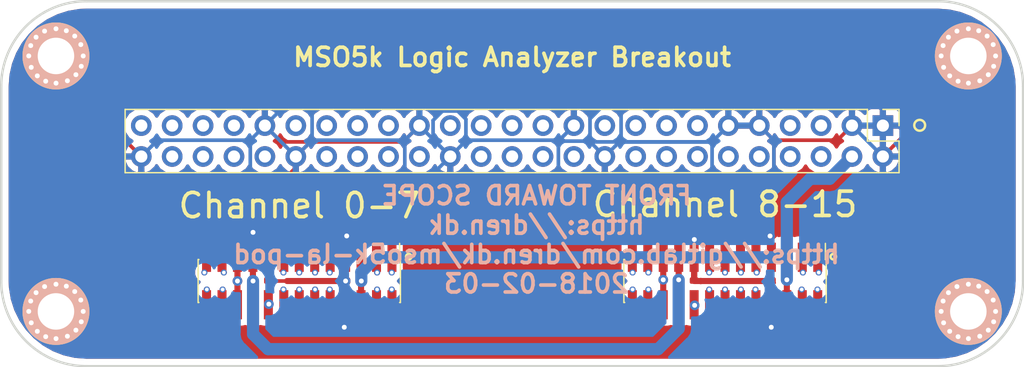
<source format=kicad_pcb>
(kicad_pcb (version 20171130) (host pcbnew 5.0.2-bee76a0~70~ubuntu18.04.1)
  (layers (0 F.Cu signal) (1 2 signal) (2 3 signal) (31 B.Cu signal) (34 B.Paste user) (35 F.Paste user) (36 B.SilkS user) (37 F.SilkS user) (38 B.Mask user) (39 F.Mask user) (44 Edge.Cuts user))
  (net 0 "")
  (net 1 GND)
  (net 2 -2V5)
  (net 3 Vref_8-15)
  (net 4 Vref_0-7)
  (net 5 +2V5)
  (net 6 +4V)
  (net 7 D8-)
  (net 8 D8+)
  (net 9 D9-)
  (net 10 D9+)
  (net 11 D0-)
  (net 12 D0+)
  (net 13 D1-)
  (net 14 D1+)
  (net 15 D10-)
  (net 16 D10+)
  (net 17 D11-)
  (net 18 D11+)
  (net 19 D2-)
  (net 20 D2+)
  (net 21 D3-)
  (net 22 D3+)
  (net 23 D12-)
  (net 24 D12+)
  (net 25 D13-)
  (net 26 D13+)
  (net 27 D4-)
  (net 28 D4+)
  (net 29 D5-)
  (net 30 D5+)
  (net 31 D14-)
  (net 32 D14+)
  (net 33 D15-)
  (net 34 D15+)
  (net 35 D6-)
  (net 36 D6+)
  (net 37 D7-)
  (net 38 D7+)
  (module Connector_PinHeader_2.54mm:PinHeader_2x25_P2.54mm_Vertical (layer F.Cu) (at 126.475 30.725 270)
    (fp_text reference J101 hide)
    (fp_text value scope)
    (fp_line (start -1.33 62.29) (end 3.87 62.29) (layer F.SilkS) (width 0.12))
    (fp_line (start -1.33 1.27) (end -1.33 62.29) (layer F.SilkS) (width 0.12))
    (fp_line (start 3.87 -1.33) (end 3.87 62.29) (layer F.SilkS) (width 0.12))
    (fp_line (start -1.33 1.27) (end 1.27 1.27) (layer F.SilkS) (width 0.12))
    (fp_line (start 1.27 1.27) (end 1.27 -1.33) (layer F.SilkS) (width 0.12))
    (fp_line (start 1.27 -1.33) (end 3.87 -1.33) (layer F.SilkS) (width 0.12))
    (fp_line (start -1.33 0) (end -1.33 -1.33) (layer F.SilkS) (width 0.12))
    (fp_line (start -1.33 -1.33) (end 0 -1.33) (layer F.SilkS) (width 0.12))
    (pad 1 thru_hole rect (at 0 0 270) (size 1.7 1.7) (drill 1) (layers *.Cu *.Mask) (net 1 GND))
    (pad 2 thru_hole oval (at 2.54 0 270) (size 1.7 1.7) (drill 1) (layers *.Cu *.Mask) (net 1 GND))
    (pad 3 thru_hole oval (at 0 2.54 270) (size 1.7 1.7) (drill 1) (layers *.Cu *.Mask) (net 1 GND))
    (pad 4 thru_hole oval (at 2.54 2.54 270) (size 1.7 1.7) (drill 1) (layers *.Cu *.Mask) (net 2 -2V5))
    (pad 5 thru_hole oval (at 0 5.08 270) (size 1.7 1.7) (drill 1) (layers *.Cu *.Mask) (net 3 Vref_8-15))
    (pad 6 thru_hole oval (at 2.54 5.08 270) (size 1.7 1.7) (drill 1) (layers *.Cu *.Mask) (net 4 Vref_0-7))
    (pad 7 thru_hole oval (at 0 7.62 270) (size 1.7 1.7) (drill 1) (layers *.Cu *.Mask) (net 5 +2V5))
    (pad 8 thru_hole oval (at 2.54 7.62 270) (size 1.7 1.7) (drill 1) (layers *.Cu *.Mask) (net 6 +4V))
    (pad 9 thru_hole oval (at 0 10.16 270) (size 1.7 1.7) (drill 1) (layers *.Cu *.Mask) (net 1 GND))
    (pad 10 thru_hole oval (at 2.54 10.16 270) (size 1.7 1.7) (drill 1) (layers *.Cu *.Mask) (net 6 +4V))
    (pad 11 thru_hole oval (at 0 12.7 270) (size 1.7 1.7) (drill 1) (layers *.Cu *.Mask) (net 1 GND))
    (pad 12 thru_hole oval (at 2.54 12.7 270) (size 1.7 1.7) (drill 1) (layers *.Cu *.Mask) (net 7 D8-))
    (pad 13 thru_hole oval (at 0 15.24 270) (size 1.7 1.7) (drill 1) (layers *.Cu *.Mask) (net 8 D8+))
    (pad 14 thru_hole oval (at 2.54 15.24 270) (size 1.7 1.7) (drill 1) (layers *.Cu *.Mask) (net 9 D9-))
    (pad 15 thru_hole oval (at 0 17.78 270) (size 1.7 1.7) (drill 1) (layers *.Cu *.Mask) (net 10 D9+))
    (pad 16 thru_hole oval (at 2.54 17.78 270) (size 1.7 1.7) (drill 1) (layers *.Cu *.Mask) (net 11 D0-))
    (pad 17 thru_hole oval (at 0 20.32 270) (size 1.7 1.7) (drill 1) (layers *.Cu *.Mask) (net 12 D0+))
    (pad 18 thru_hole oval (at 2.54 20.32 270) (size 1.7 1.7) (drill 1) (layers *.Cu *.Mask) (net 13 D1-))
    (pad 19 thru_hole oval (at 0 22.86 270) (size 1.7 1.7) (drill 1) (layers *.Cu *.Mask) (net 14 D1+))
    (pad 20 thru_hole oval (at 2.54 22.86 270) (size 1.7 1.7) (drill 1) (layers *.Cu *.Mask) (net 1 GND))
    (pad 21 thru_hole oval (at 0 25.4 270) (size 1.7 1.7) (drill 1) (layers *.Cu *.Mask) (net 1 GND))
    (pad 22 thru_hole oval (at 2.54 25.4 270) (size 1.7 1.7) (drill 1) (layers *.Cu *.Mask) (net 15 D10-))
    (pad 23 thru_hole oval (at 0 27.94 270) (size 1.7 1.7) (drill 1) (layers *.Cu *.Mask) (net 16 D10+))
    (pad 24 thru_hole oval (at 2.54 27.94 270) (size 1.7 1.7) (drill 1) (layers *.Cu *.Mask) (net 17 D11-))
    (pad 25 thru_hole oval (at 0 30.48 270) (size 1.7 1.7) (drill 1) (layers *.Cu *.Mask) (net 18 D11+))
    (pad 26 thru_hole oval (at 2.54 30.48 270) (size 1.7 1.7) (drill 1) (layers *.Cu *.Mask) (net 19 D2-))
    (pad 27 thru_hole oval (at 0 33.02 270) (size 1.7 1.7) (drill 1) (layers *.Cu *.Mask) (net 20 D2+))
    (pad 28 thru_hole oval (at 2.54 33.02 270) (size 1.7 1.7) (drill 1) (layers *.Cu *.Mask) (net 21 D3-))
    (pad 29 thru_hole oval (at 0 35.56 270) (size 1.7 1.7) (drill 1) (layers *.Cu *.Mask) (net 22 D3+))
    (pad 30 thru_hole oval (at 2.54 35.56 270) (size 1.7 1.7) (drill 1) (layers *.Cu *.Mask) (net 1 GND))
    (pad 31 thru_hole oval (at 0 38.1 270) (size 1.7 1.7) (drill 1) (layers *.Cu *.Mask) (net 1 GND))
    (pad 32 thru_hole oval (at 2.54 38.1 270) (size 1.7 1.7) (drill 1) (layers *.Cu *.Mask) (net 23 D12-))
    (pad 33 thru_hole oval (at 0 40.64 270) (size 1.7 1.7) (drill 1) (layers *.Cu *.Mask) (net 24 D12+))
    (pad 34 thru_hole oval (at 2.54 40.64 270) (size 1.7 1.7) (drill 1) (layers *.Cu *.Mask) (net 25 D13-))
    (pad 35 thru_hole oval (at 0 43.18 270) (size 1.7 1.7) (drill 1) (layers *.Cu *.Mask) (net 26 D13+))
    (pad 36 thru_hole oval (at 2.54 43.18 270) (size 1.7 1.7) (drill 1) (layers *.Cu *.Mask) (net 27 D4-))
    (pad 37 thru_hole oval (at 0 45.72 270) (size 1.7 1.7) (drill 1) (layers *.Cu *.Mask) (net 28 D4+))
    (pad 38 thru_hole oval (at 2.54 45.72 270) (size 1.7 1.7) (drill 1) (layers *.Cu *.Mask) (net 29 D5-))
    (pad 39 thru_hole oval (at 0 48.26 270) (size 1.7 1.7) (drill 1) (layers *.Cu *.Mask) (net 30 D5+))
    (pad 40 thru_hole oval (at 2.54 48.26 270) (size 1.7 1.7) (drill 1) (layers *.Cu *.Mask) (net 1 GND))
    (pad 41 thru_hole oval (at 0 50.8 270) (size 1.7 1.7) (drill 1) (layers *.Cu *.Mask) (net 1 GND))
    (pad 42 thru_hole oval (at 2.54 50.8 270) (size 1.7 1.7) (drill 1) (layers *.Cu *.Mask) (net 31 D14-))
    (pad 43 thru_hole oval (at 0 53.34 270) (size 1.7 1.7) (drill 1) (layers *.Cu *.Mask) (net 32 D14+))
    (pad 44 thru_hole oval (at 2.54 53.34 270) (size 1.7 1.7) (drill 1) (layers *.Cu *.Mask) (net 33 D15-))
    (pad 45 thru_hole oval (at 0 55.88 270) (size 1.7 1.7) (drill 1) (layers *.Cu *.Mask) (net 34 D15+))
    (pad 46 thru_hole oval (at 2.54 55.88 270) (size 1.7 1.7) (drill 1) (layers *.Cu *.Mask) (net 35 D6-))
    (pad 47 thru_hole oval (at 0 58.42 270) (size 1.7 1.7) (drill 1) (layers *.Cu *.Mask) (net 36 D6+))
    (pad 48 thru_hole oval (at 2.54 58.42 270) (size 1.7 1.7) (drill 1) (layers *.Cu *.Mask) (net 37 D7-))
    (pad 49 thru_hole oval (at 0 60.96 270) (size 1.7 1.7) (drill 1) (layers *.Cu *.Mask) (net 38 D7+))
    (pad 50 thru_hole oval (at 2.54 60.96 270) (size 1.7 1.7) (drill 1) (layers *.Cu *.Mask) (net 1 GND))
  )
  (module Connector_PinHeader_1.27mm:PinHeader_2x13_P1.27mm_Vertical_SMD (layer F.Cu) (at 78.5 43.5 270)
    (fp_text reference J102 hide)
    (fp_text value pod_0-7)
    (fp_line (start -1.765 -8.315) (end 1.765 -8.315) (layer F.SilkS) (width 0.12))
    (fp_line (start -1.765 8.315) (end 1.765 8.315) (layer F.SilkS) (width 0.12))
    (fp_line (start -3.09 -8.25) (end -1.765 -8.25) (layer F.SilkS) (width 0.12))
    (fp_line (start -1.765 -8.315) (end -1.765 -8.25) (layer F.SilkS) (width 0.12))
    (fp_line (start 1.765 -8.315) (end 1.765 -8.25) (layer F.SilkS) (width 0.12))
    (fp_line (start -1.765 8.25) (end -1.765 8.315) (layer F.SilkS) (width 0.12))
    (fp_line (start 1.765 8.25) (end 1.765 8.315) (layer F.SilkS) (width 0.12))
    (pad 1 smd rect (at -1.95 -7.62 270) (size 2.4 0.74) (layers F.Cu F.Paste F.Mask) (net 11 D0-))
    (pad 2 smd rect (at 1.95 -7.62 270) (size 2.4 0.74) (layers F.Cu F.Paste F.Mask) (net 12 D0+))
    (pad 3 smd rect (at -1.95 -6.35 270) (size 2.4 0.74) (layers F.Cu F.Paste F.Mask) (net 13 D1-))
    (pad 4 smd rect (at 1.95 -6.35 270) (size 2.4 0.74) (layers F.Cu F.Paste F.Mask) (net 14 D1+))
    (pad 5 smd rect (at -1.95 -5.08 270) (size 2.4 0.74) (layers F.Cu F.Paste F.Mask) (net 2 -2V5))
    (pad 6 smd rect (at 1.95 -5.08 270) (size 2.4 0.74) (layers F.Cu F.Paste F.Mask) (net 2 -2V5))
    (pad 7 smd rect (at -1.95 -3.81 270) (size 2.4 0.74) (layers F.Cu F.Paste F.Mask) (net 1 GND))
    (pad 8 smd rect (at 1.95 -3.81 270) (size 2.4 0.74) (layers F.Cu F.Paste F.Mask) (net 1 GND))
    (pad 9 smd rect (at -1.95 -2.54 270) (size 2.4 0.74) (layers F.Cu F.Paste F.Mask) (net 19 D2-))
    (pad 10 smd rect (at 1.95 -2.54 270) (size 2.4 0.74) (layers F.Cu F.Paste F.Mask) (net 20 D2+))
    (pad 11 smd rect (at -1.95 -1.27 270) (size 2.4 0.74) (layers F.Cu F.Paste F.Mask) (net 21 D3-))
    (pad 12 smd rect (at 1.95 -1.27 270) (size 2.4 0.74) (layers F.Cu F.Paste F.Mask) (net 22 D3+))
    (pad 13 smd rect (at -1.95 0 270) (size 2.4 0.74) (layers F.Cu F.Paste F.Mask) (net 27 D4-))
    (pad 14 smd rect (at 1.95 0 270) (size 2.4 0.74) (layers F.Cu F.Paste F.Mask) (net 28 D4+))
    (pad 15 smd rect (at -1.95 1.27 270) (size 2.4 0.74) (layers F.Cu F.Paste F.Mask) (net 29 D5-))
    (pad 16 smd rect (at 1.95 1.27 270) (size 2.4 0.74) (layers F.Cu F.Paste F.Mask) (net 30 D5+))
    (pad 17 smd rect (at -1.95 2.54 270) (size 2.4 0.74) (layers F.Cu F.Paste F.Mask) (net 1 GND))
    (pad 18 smd rect (at 1.95 2.54 270) (size 2.4 0.74) (layers F.Cu F.Paste F.Mask) (net 4 Vref_0-7))
    (pad 19 smd rect (at -1.95 3.81 270) (size 2.4 0.74) (layers F.Cu F.Paste F.Mask) (net 5 +2V5))
    (pad 20 smd rect (at 1.95 3.81 270) (size 2.4 0.74) (layers F.Cu F.Paste F.Mask) (net 5 +2V5))
    (pad 21 smd rect (at -1.95 5.08 270) (size 2.4 0.74) (layers F.Cu F.Paste F.Mask) (net 6 +4V))
    (pad 22 smd rect (at 1.95 5.08 270) (size 2.4 0.74) (layers F.Cu F.Paste F.Mask) (net 6 +4V))
    (pad 23 smd rect (at -1.95 6.35 270) (size 2.4 0.74) (layers F.Cu F.Paste F.Mask) (net 35 D6-))
    (pad 24 smd rect (at 1.95 6.35 270) (size 2.4 0.74) (layers F.Cu F.Paste F.Mask) (net 36 D6+))
    (pad 25 smd rect (at -1.95 7.62 270) (size 2.4 0.74) (layers F.Cu F.Paste F.Mask) (net 37 D7-))
    (pad 26 smd rect (at 1.95 7.62 270) (size 2.4 0.74) (layers F.Cu F.Paste F.Mask) (net 38 D7+))
  )
  (module Connector_PinHeader_1.27mm:PinHeader_2x13_P1.27mm_Vertical_SMD (layer F.Cu) (at 113.5 43.5 270)
    (fp_text reference J103 hide)
    (fp_text value pod_8-15)
    (fp_line (start 1.765 8.25) (end 1.765 8.315) (layer F.SilkS) (width 0.12))
    (fp_line (start -1.765 8.25) (end -1.765 8.315) (layer F.SilkS) (width 0.12))
    (fp_line (start 1.765 -8.315) (end 1.765 -8.25) (layer F.SilkS) (width 0.12))
    (fp_line (start -1.765 -8.315) (end -1.765 -8.25) (layer F.SilkS) (width 0.12))
    (fp_line (start -3.09 -8.25) (end -1.765 -8.25) (layer F.SilkS) (width 0.12))
    (fp_line (start -1.765 8.315) (end 1.765 8.315) (layer F.SilkS) (width 0.12))
    (fp_line (start -1.765 -8.315) (end 1.765 -8.315) (layer F.SilkS) (width 0.12))
    (pad 26 smd rect (at 1.95 7.62 270) (size 2.4 0.74) (layers F.Cu F.Paste F.Mask) (net 34 D15+))
    (pad 25 smd rect (at -1.95 7.62 270) (size 2.4 0.74) (layers F.Cu F.Paste F.Mask) (net 33 D15-))
    (pad 24 smd rect (at 1.95 6.35 270) (size 2.4 0.74) (layers F.Cu F.Paste F.Mask) (net 32 D14+))
    (pad 23 smd rect (at -1.95 6.35 270) (size 2.4 0.74) (layers F.Cu F.Paste F.Mask) (net 31 D14-))
    (pad 22 smd rect (at 1.95 5.08 270) (size 2.4 0.74) (layers F.Cu F.Paste F.Mask) (net 6 +4V))
    (pad 21 smd rect (at -1.95 5.08 270) (size 2.4 0.74) (layers F.Cu F.Paste F.Mask) (net 6 +4V))
    (pad 20 smd rect (at 1.95 3.81 270) (size 2.4 0.74) (layers F.Cu F.Paste F.Mask) (net 5 +2V5))
    (pad 19 smd rect (at -1.95 3.81 270) (size 2.4 0.74) (layers F.Cu F.Paste F.Mask) (net 5 +2V5))
    (pad 18 smd rect (at 1.95 2.54 270) (size 2.4 0.74) (layers F.Cu F.Paste F.Mask) (net 3 Vref_8-15))
    (pad 17 smd rect (at -1.95 2.54 270) (size 2.4 0.74) (layers F.Cu F.Paste F.Mask) (net 1 GND))
    (pad 16 smd rect (at 1.95 1.27 270) (size 2.4 0.74) (layers F.Cu F.Paste F.Mask) (net 26 D13+))
    (pad 15 smd rect (at -1.95 1.27 270) (size 2.4 0.74) (layers F.Cu F.Paste F.Mask) (net 25 D13-))
    (pad 14 smd rect (at 1.95 0 270) (size 2.4 0.74) (layers F.Cu F.Paste F.Mask) (net 24 D12+))
    (pad 13 smd rect (at -1.95 0 270) (size 2.4 0.74) (layers F.Cu F.Paste F.Mask) (net 23 D12-))
    (pad 12 smd rect (at 1.95 -1.27 270) (size 2.4 0.74) (layers F.Cu F.Paste F.Mask) (net 18 D11+))
    (pad 11 smd rect (at -1.95 -1.27 270) (size 2.4 0.74) (layers F.Cu F.Paste F.Mask) (net 17 D11-))
    (pad 10 smd rect (at 1.95 -2.54 270) (size 2.4 0.74) (layers F.Cu F.Paste F.Mask) (net 16 D10+))
    (pad 9 smd rect (at -1.95 -2.54 270) (size 2.4 0.74) (layers F.Cu F.Paste F.Mask) (net 15 D10-))
    (pad 8 smd rect (at 1.95 -3.81 270) (size 2.4 0.74) (layers F.Cu F.Paste F.Mask) (net 1 GND))
    (pad 7 smd rect (at -1.95 -3.81 270) (size 2.4 0.74) (layers F.Cu F.Paste F.Mask) (net 1 GND))
    (pad 6 smd rect (at 1.95 -5.08 270) (size 2.4 0.74) (layers F.Cu F.Paste F.Mask) (net 2 -2V5))
    (pad 5 smd rect (at -1.95 -5.08 270) (size 2.4 0.74) (layers F.Cu F.Paste F.Mask) (net 2 -2V5))
    (pad 4 smd rect (at 1.95 -6.35 270) (size 2.4 0.74) (layers F.Cu F.Paste F.Mask) (net 10 D9+))
    (pad 3 smd rect (at -1.95 -6.35 270) (size 2.4 0.74) (layers F.Cu F.Paste F.Mask) (net 9 D9-))
    (pad 2 smd rect (at 1.95 -7.62 270) (size 2.4 0.74) (layers F.Cu F.Paste F.Mask) (net 8 D8+))
    (pad 1 smd rect (at -1.95 -7.62 270) (size 2.4 0.74) (layers F.Cu F.Paste F.Mask) (net 7 D8-))
  )
  (module projectdir:3mm (layer F.Cu) (at 58.5 25)
    (fp_text reference J104 hide)
    (fp_text value "3mm hole" hide)
    (pad 1 thru_hole circle (at 0 0 90) (size 5.5 5.5) (drill 3) (layers *.Cu *.SilkS *.Mask) (net 1 GND))
    (pad 1 thru_hole circle (at 2.24 0 90) (size 0.5 0.5) (drill 0.4) (layers *.Cu *.SilkS *.Mask) (net 1 GND))
    (pad 1 thru_hole circle (at 0.94 2.04 90) (size 0.5 0.5) (drill 0.4) (layers *.Cu *.SilkS *.Mask) (net 1 GND))
    (pad 1 thru_hole circle (at 2.08 0.85 90) (size 0.5 0.5) (drill 0.4) (layers *.Cu *.SilkS *.Mask) (net 1 GND))
    (pad 1 thru_hole circle (at 1.64 1.54 90) (size 0.5 0.5) (drill 0.4) (layers *.Cu *.SilkS *.Mask) (net 1 GND))
    (pad 1 thru_hole circle (at 0.002796 -2.23518 180) (size 0.5 0.5) (drill 0.4) (layers *.Cu *.SilkS *.Mask) (net 1 GND))
    (pad 1 thru_hole circle (at 0.852796 -2.07518 180) (size 0.5 0.5) (drill 0.4) (layers *.Cu *.SilkS *.Mask) (net 1 GND))
    (pad 1 thru_hole circle (at 1.542796 -1.63518 180) (size 0.5 0.5) (drill 0.4) (layers *.Cu *.SilkS *.Mask) (net 1 GND))
    (pad 1 thru_hole circle (at 2.042796 -0.93518 180) (size 0.5 0.5) (drill 0.4) (layers *.Cu *.SilkS *.Mask) (net 1 GND))
    (pad 1 thru_hole circle (at -2.23518 -0.002796 270) (size 0.5 0.5) (drill 0.4) (layers *.Cu *.SilkS *.Mask) (net 1 GND))
    (pad 1 thru_hole circle (at -2.07518 -0.852796 270) (size 0.5 0.5) (drill 0.4) (layers *.Cu *.SilkS *.Mask) (net 1 GND))
    (pad 1 thru_hole circle (at -1.63518 -1.542796 270) (size 0.5 0.5) (drill 0.4) (layers *.Cu *.SilkS *.Mask) (net 1 GND))
    (pad 1 thru_hole circle (at -0.93518 -2.042796 270) (size 0.5 0.5) (drill 0.4) (layers *.Cu *.SilkS *.Mask) (net 1 GND))
    (pad 1 thru_hole circle (at 0.007204 2.23518) (size 0.5 0.5) (drill 0.4) (layers *.Cu *.SilkS *.Mask) (net 1 GND))
    (pad 1 thru_hole circle (at -0.842796 2.07518) (size 0.5 0.5) (drill 0.4) (layers *.Cu *.SilkS *.Mask) (net 1 GND))
    (pad 1 thru_hole circle (at -1.532796 1.63518) (size 0.5 0.5) (drill 0.4) (layers *.Cu *.SilkS *.Mask) (net 1 GND))
    (pad 1 thru_hole circle (at -2.032796 0.93518) (size 0.5 0.5) (drill 0.4) (layers *.Cu *.SilkS *.Mask) (net 1 GND))
  )
  (module projectdir:3mm (layer F.Cu) (at 58.5 46)
    (fp_text reference J105 hide)
    (fp_text value "3mm hole" hide)
    (pad 1 thru_hole circle (at -2.032796 0.93518) (size 0.5 0.5) (drill 0.4) (layers *.Cu *.SilkS *.Mask) (net 1 GND))
    (pad 1 thru_hole circle (at -1.532796 1.63518) (size 0.5 0.5) (drill 0.4) (layers *.Cu *.SilkS *.Mask) (net 1 GND))
    (pad 1 thru_hole circle (at -0.842796 2.07518) (size 0.5 0.5) (drill 0.4) (layers *.Cu *.SilkS *.Mask) (net 1 GND))
    (pad 1 thru_hole circle (at 0.007204 2.23518) (size 0.5 0.5) (drill 0.4) (layers *.Cu *.SilkS *.Mask) (net 1 GND))
    (pad 1 thru_hole circle (at -0.93518 -2.042796 270) (size 0.5 0.5) (drill 0.4) (layers *.Cu *.SilkS *.Mask) (net 1 GND))
    (pad 1 thru_hole circle (at -1.63518 -1.542796 270) (size 0.5 0.5) (drill 0.4) (layers *.Cu *.SilkS *.Mask) (net 1 GND))
    (pad 1 thru_hole circle (at -2.07518 -0.852796 270) (size 0.5 0.5) (drill 0.4) (layers *.Cu *.SilkS *.Mask) (net 1 GND))
    (pad 1 thru_hole circle (at -2.23518 -0.002796 270) (size 0.5 0.5) (drill 0.4) (layers *.Cu *.SilkS *.Mask) (net 1 GND))
    (pad 1 thru_hole circle (at 2.042796 -0.93518 180) (size 0.5 0.5) (drill 0.4) (layers *.Cu *.SilkS *.Mask) (net 1 GND))
    (pad 1 thru_hole circle (at 1.542796 -1.63518 180) (size 0.5 0.5) (drill 0.4) (layers *.Cu *.SilkS *.Mask) (net 1 GND))
    (pad 1 thru_hole circle (at 0.852796 -2.07518 180) (size 0.5 0.5) (drill 0.4) (layers *.Cu *.SilkS *.Mask) (net 1 GND))
    (pad 1 thru_hole circle (at 0.002796 -2.23518 180) (size 0.5 0.5) (drill 0.4) (layers *.Cu *.SilkS *.Mask) (net 1 GND))
    (pad 1 thru_hole circle (at 1.64 1.54 90) (size 0.5 0.5) (drill 0.4) (layers *.Cu *.SilkS *.Mask) (net 1 GND))
    (pad 1 thru_hole circle (at 2.08 0.85 90) (size 0.5 0.5) (drill 0.4) (layers *.Cu *.SilkS *.Mask) (net 1 GND))
    (pad 1 thru_hole circle (at 0.94 2.04 90) (size 0.5 0.5) (drill 0.4) (layers *.Cu *.SilkS *.Mask) (net 1 GND))
    (pad 1 thru_hole circle (at 2.24 0 90) (size 0.5 0.5) (drill 0.4) (layers *.Cu *.SilkS *.Mask) (net 1 GND))
    (pad 1 thru_hole circle (at 0 0 90) (size 5.5 5.5) (drill 3) (layers *.Cu *.SilkS *.Mask) (net 1 GND))
  )
  (module projectdir:3mm (layer F.Cu) (at 133.5 25)
    (fp_text reference J106 hide)
    (fp_text value "3mm hole" hide)
    (pad 1 thru_hole circle (at 0 0 90) (size 5.5 5.5) (drill 3) (layers *.Cu *.SilkS *.Mask) (net 1 GND))
    (pad 1 thru_hole circle (at 2.24 0 90) (size 0.5 0.5) (drill 0.4) (layers *.Cu *.SilkS *.Mask) (net 1 GND))
    (pad 1 thru_hole circle (at 0.94 2.04 90) (size 0.5 0.5) (drill 0.4) (layers *.Cu *.SilkS *.Mask) (net 1 GND))
    (pad 1 thru_hole circle (at 2.08 0.85 90) (size 0.5 0.5) (drill 0.4) (layers *.Cu *.SilkS *.Mask) (net 1 GND))
    (pad 1 thru_hole circle (at 1.64 1.54 90) (size 0.5 0.5) (drill 0.4) (layers *.Cu *.SilkS *.Mask) (net 1 GND))
    (pad 1 thru_hole circle (at 0.002796 -2.23518 180) (size 0.5 0.5) (drill 0.4) (layers *.Cu *.SilkS *.Mask) (net 1 GND))
    (pad 1 thru_hole circle (at 0.852796 -2.07518 180) (size 0.5 0.5) (drill 0.4) (layers *.Cu *.SilkS *.Mask) (net 1 GND))
    (pad 1 thru_hole circle (at 1.542796 -1.63518 180) (size 0.5 0.5) (drill 0.4) (layers *.Cu *.SilkS *.Mask) (net 1 GND))
    (pad 1 thru_hole circle (at 2.042796 -0.93518 180) (size 0.5 0.5) (drill 0.4) (layers *.Cu *.SilkS *.Mask) (net 1 GND))
    (pad 1 thru_hole circle (at -2.23518 -0.002796 270) (size 0.5 0.5) (drill 0.4) (layers *.Cu *.SilkS *.Mask) (net 1 GND))
    (pad 1 thru_hole circle (at -2.07518 -0.852796 270) (size 0.5 0.5) (drill 0.4) (layers *.Cu *.SilkS *.Mask) (net 1 GND))
    (pad 1 thru_hole circle (at -1.63518 -1.542796 270) (size 0.5 0.5) (drill 0.4) (layers *.Cu *.SilkS *.Mask) (net 1 GND))
    (pad 1 thru_hole circle (at -0.93518 -2.042796 270) (size 0.5 0.5) (drill 0.4) (layers *.Cu *.SilkS *.Mask) (net 1 GND))
    (pad 1 thru_hole circle (at 0.007204 2.23518) (size 0.5 0.5) (drill 0.4) (layers *.Cu *.SilkS *.Mask) (net 1 GND))
    (pad 1 thru_hole circle (at -0.842796 2.07518) (size 0.5 0.5) (drill 0.4) (layers *.Cu *.SilkS *.Mask) (net 1 GND))
    (pad 1 thru_hole circle (at -1.532796 1.63518) (size 0.5 0.5) (drill 0.4) (layers *.Cu *.SilkS *.Mask) (net 1 GND))
    (pad 1 thru_hole circle (at -2.032796 0.93518) (size 0.5 0.5) (drill 0.4) (layers *.Cu *.SilkS *.Mask) (net 1 GND))
  )
  (module projectdir:3mm (layer F.Cu) (at 133.5 46)
    (fp_text reference J107 hide)
    (fp_text value "3mm hole" hide)
    (pad 1 thru_hole circle (at -2.032796 0.93518) (size 0.5 0.5) (drill 0.4) (layers *.Cu *.SilkS *.Mask) (net 1 GND))
    (pad 1 thru_hole circle (at -1.532796 1.63518) (size 0.5 0.5) (drill 0.4) (layers *.Cu *.SilkS *.Mask) (net 1 GND))
    (pad 1 thru_hole circle (at -0.842796 2.07518) (size 0.5 0.5) (drill 0.4) (layers *.Cu *.SilkS *.Mask) (net 1 GND))
    (pad 1 thru_hole circle (at 0.007204 2.23518) (size 0.5 0.5) (drill 0.4) (layers *.Cu *.SilkS *.Mask) (net 1 GND))
    (pad 1 thru_hole circle (at -0.93518 -2.042796 270) (size 0.5 0.5) (drill 0.4) (layers *.Cu *.SilkS *.Mask) (net 1 GND))
    (pad 1 thru_hole circle (at -1.63518 -1.542796 270) (size 0.5 0.5) (drill 0.4) (layers *.Cu *.SilkS *.Mask) (net 1 GND))
    (pad 1 thru_hole circle (at -2.07518 -0.852796 270) (size 0.5 0.5) (drill 0.4) (layers *.Cu *.SilkS *.Mask) (net 1 GND))
    (pad 1 thru_hole circle (at -2.23518 -0.002796 270) (size 0.5 0.5) (drill 0.4) (layers *.Cu *.SilkS *.Mask) (net 1 GND))
    (pad 1 thru_hole circle (at 2.042796 -0.93518 180) (size 0.5 0.5) (drill 0.4) (layers *.Cu *.SilkS *.Mask) (net 1 GND))
    (pad 1 thru_hole circle (at 1.542796 -1.63518 180) (size 0.5 0.5) (drill 0.4) (layers *.Cu *.SilkS *.Mask) (net 1 GND))
    (pad 1 thru_hole circle (at 0.852796 -2.07518 180) (size 0.5 0.5) (drill 0.4) (layers *.Cu *.SilkS *.Mask) (net 1 GND))
    (pad 1 thru_hole circle (at 0.002796 -2.23518 180) (size 0.5 0.5) (drill 0.4) (layers *.Cu *.SilkS *.Mask) (net 1 GND))
    (pad 1 thru_hole circle (at 1.64 1.54 90) (size 0.5 0.5) (drill 0.4) (layers *.Cu *.SilkS *.Mask) (net 1 GND))
    (pad 1 thru_hole circle (at 2.08 0.85 90) (size 0.5 0.5) (drill 0.4) (layers *.Cu *.SilkS *.Mask) (net 1 GND))
    (pad 1 thru_hole circle (at 0.94 2.04 90) (size 0.5 0.5) (drill 0.4) (layers *.Cu *.SilkS *.Mask) (net 1 GND))
    (pad 1 thru_hole circle (at 2.24 0 90) (size 0.5 0.5) (drill 0.4) (layers *.Cu *.SilkS *.Mask) (net 1 GND))
    (pad 1 thru_hole circle (at 0 0 90) (size 5.5 5.5) (drill 3) (layers *.Cu *.SilkS *.Mask) (net 1 GND))
  )
  (gr_circle (center 129.5 30.7) (end 129.7 31.1) (layer F.SilkS) (width 0.2))
  (gr_circle (center 122.4 41.5) (end 122.5 41.7) (layer F.SilkS) (width 0.2))
  (gr_circle (center 87.5 41.5) (end 87.6 41.7) (layer F.SilkS) (width 0.2))
  (gr_text "FRONT TOWARD SCOPE\nhttps://dren.dk\nhttps://gitlab.com/dren.dk/mso5k-la-pod\n2018-02-03" (at 98 40.1) (layer B.SilkS) (effects (font (size 1.5 1.5) (thickness 0.3)) (justify mirror)))
  (gr_text "MSO5k Logic Analyzer Breakout" (at 96 25.1) (layer F.SilkS) (effects (font (size 1.5 1.5) (thickness 0.3))))
  (gr_text "Channel 0-7" (at 78.5 37.3) (layer F.SilkS) (effects (font (size 2 2) (thickness 0.3))))
  (gr_text "Channel 8-15" (at 113.5 37.2) (layer F.SilkS) (effects (font (size 2 2) (thickness 0.3))))
  (gr_line (start 61 20.5) (end 131 20.5) (layer Edge.Cuts) (width 0.2))
  (gr_line (start 131 50.5) (end 61 50.5) (layer Edge.Cuts) (width 0.2))
  (gr_line (start 138 27.5) (end 138 43.5) (layer Edge.Cuts) (width 0.2))
  (gr_line (start 54 27.5) (end 54 43.5) (layer Edge.Cuts) (width 0.2))
  (gr_arc (start 131 27.5) (end 138 27.5) (angle -90) (layer Edge.Cuts) (width 0.2))
  (gr_arc (start 131 43.5) (end 131 50.5) (angle -90) (layer Edge.Cuts) (width 0.2))
  (gr_arc (start 61 27.5) (end 61 20.5) (angle -90) (layer Edge.Cuts) (width 0.2))
  (gr_arc (start 61 43.5) (end 54 43.5) (angle -90) (layer Edge.Cuts) (width 0.2))
  (segment (start 82.31 43.5) (end 82.31 45.45) (width 0.5) (layer F.Cu) (net 1))
  (segment (start 75.96 43.46) (end 75.96 41.55) (width 0.5) (layer F.Cu) (net 1))
  (segment (start 76 43.5) (end 75.96 43.46) (width 0.5) (layer F.Cu) (net 1))
  (segment (start 110.96 41.55) (end 110.96 43.46) (width 0.5) (layer F.Cu) (net 1))
  (segment (start 110.96 43.46) (end 111 43.5) (width 0.5) (layer F.Cu) (net 1))
  (segment (start 117.06 43.5) (end 117.31 43.25) (width 0.5) (layer F.Cu) (net 1))
  (segment (start 117.31 43.25) (end 117.31 41.55) (width 0.5) (layer F.Cu) (net 1))
  (segment (start 111 43.5) (end 117.06 43.5) (width 0.5) (layer F.Cu) (net 1))
  (segment (start 117.31 45.45) (end 117.31 41.55) (width 0.5) (layer F.Cu) (net 1))
  (segment (start 78.215 34.315092) (end 78.215 33.265) (width 0.5) (layer F.Cu) (net 1))
  (segment (start 75.96 36.570092) (end 78.215 34.315092) (width 0.5) (layer F.Cu) (net 1))
  (segment (start 117.31 41.55) (end 117.31 40.09) (width 0.3) (layer F.Cu) (net 1))
  (segment (start 117.31 40.09) (end 118 39.4) (width 0.3) (layer F.Cu) (net 1))
  (segment (start 118 39.4) (end 118 37.9) (width 0.3) (layer F.Cu) (net 1))
  (segment (start 117.164999 31.574999) (end 116.315 30.725) (width 0.3) (layer F.Cu) (net 1))
  (segment (start 117.515001 31.925001) (end 117.164999 31.574999) (width 0.3) (layer F.Cu) (net 1))
  (segment (start 117.515001 37.415001) (end 117.515001 31.925001) (width 0.3) (layer F.Cu) (net 1))
  (segment (start 118 37.9) (end 117.515001 37.415001) (width 0.3) (layer F.Cu) (net 1))
  (segment (start 122.734999 31.925001) (end 123.935 30.725) (width 0.3) (layer F.Cu) (net 1))
  (segment (start 117.515001 31.925001) (end 122.734999 31.925001) (width 0.3) (layer F.Cu) (net 1))
  (segment (start 87.035001 32.064999) (end 79.415001 32.064999) (width 0.3) (layer F.Cu) (net 1))
  (segment (start 79.064999 32.415001) (end 78.215 33.265) (width 0.3) (layer F.Cu) (net 1))
  (segment (start 79.415001 32.064999) (end 79.064999 32.415001) (width 0.3) (layer F.Cu) (net 1))
  (segment (start 88.375 30.725) (end 87.035001 32.064999) (width 0.3) (layer F.Cu) (net 1))
  (segment (start 77.014999 32.064999) (end 75.675 30.725) (width 0.3) (layer F.Cu) (net 1))
  (segment (start 79.415001 32.064999) (end 77.014999 32.064999) (width 0.3) (layer F.Cu) (net 1))
  (segment (start 58.5 26.25) (end 58.5 25) (width 0.3) (layer F.Cu) (net 1))
  (segment (start 65.515 33.265) (end 58.5 26.25) (width 0.3) (layer F.Cu) (net 1))
  (segment (start 126.475 38.975) (end 126.475 33.265) (width 0.3) (layer F.Cu) (net 1))
  (segment (start 133.5 46) (end 126.475 38.975) (width 0.3) (layer F.Cu) (net 1))
  (segment (start 127.324999 32.415001) (end 126.475 33.265) (width 0.3) (layer F.Cu) (net 1))
  (segment (start 130.750001 28.989999) (end 127.324999 32.415001) (width 0.3) (layer F.Cu) (net 1))
  (segment (start 130.750001 27.749999) (end 130.750001 28.989999) (width 0.3) (layer F.Cu) (net 1))
  (segment (start 133.5 25) (end 130.750001 27.749999) (width 0.3) (layer F.Cu) (net 1))
  (via (at 82.31 43.5) (size 0.8) (drill 0.4) (layers F.Cu B.Cu) (net 1))
  (segment (start 82.31 41.55) (end 82.31 43.5) (width 0.3) (layer F.Cu) (net 1))
  (segment (start 76 43.5) (end 77.5 43.5) (width 0.3) (layer F.Cu) (net 1))
  (segment (start 82.31 43.5) (end 77.5 43.5) (width 0.5) (layer F.Cu) (net 1))
  (segment (start 117.31 47.29) (end 117.3 47.3) (width 0.3) (layer F.Cu) (net 1))
  (via (at 117.3 47.3) (size 0.8) (drill 0.4) (layers F.Cu B.Cu) (net 1))
  (segment (start 117.31 45.45) (end 117.31 47.29) (width 0.3) (layer F.Cu) (net 1))
  (segment (start 124.784999 31.574999) (end 126.475 33.265) (width 0.3) (layer B.Cu) (net 1))
  (segment (start 123.935 30.725) (end 124.784999 31.574999) (width 0.3) (layer B.Cu) (net 1))
  (segment (start 117.515001 31.925001) (end 117.515001 34.984999) (width 0.3) (layer B.Cu) (net 1))
  (segment (start 116.315 30.725) (end 117.515001 31.925001) (width 0.3) (layer B.Cu) (net 1))
  (segment (start 117.515001 34.984999) (end 117.2 35.3) (width 0.3) (layer B.Cu) (net 1))
  (segment (start 116.315 30.725) (end 113.775 30.725) (width 0.3) (layer B.Cu) (net 1))
  (segment (start 104.464999 32.415001) (end 103.615 33.265) (width 0.3) (layer B.Cu) (net 1))
  (segment (start 104.815001 32.064999) (end 104.464999 32.415001) (width 0.3) (layer B.Cu) (net 1))
  (segment (start 112.435001 32.064999) (end 104.815001 32.064999) (width 0.3) (layer B.Cu) (net 1))
  (segment (start 113.775 30.725) (end 112.435001 32.064999) (width 0.3) (layer B.Cu) (net 1))
  (segment (start 91.764999 32.415001) (end 90.915 33.265) (width 0.3) (layer B.Cu) (net 1))
  (segment (start 92.254999 31.925001) (end 91.764999 32.415001) (width 0.3) (layer B.Cu) (net 1))
  (segment (start 99.874999 31.925001) (end 92.254999 31.925001) (width 0.3) (layer B.Cu) (net 1))
  (segment (start 101.075 30.725) (end 99.874999 31.925001) (width 0.3) (layer B.Cu) (net 1))
  (segment (start 90.065001 32.415001) (end 88.375 30.725) (width 0.3) (layer B.Cu) (net 1))
  (segment (start 90.915 33.265) (end 90.065001 32.415001) (width 0.3) (layer B.Cu) (net 1))
  (segment (start 79.064999 32.415001) (end 78.215 33.265) (width 0.3) (layer B.Cu) (net 1))
  (segment (start 79.554999 31.925001) (end 79.064999 32.415001) (width 0.3) (layer B.Cu) (net 1))
  (segment (start 87.174999 31.925001) (end 79.554999 31.925001) (width 0.3) (layer B.Cu) (net 1))
  (segment (start 88.375 30.725) (end 87.174999 31.925001) (width 0.3) (layer B.Cu) (net 1))
  (segment (start 77.365001 32.415001) (end 75.675 30.725) (width 0.3) (layer B.Cu) (net 1))
  (segment (start 78.215 33.265) (end 77.365001 32.415001) (width 0.3) (layer B.Cu) (net 1))
  (segment (start 66.364999 32.415001) (end 65.515 33.265) (width 0.3) (layer B.Cu) (net 1))
  (segment (start 66.854999 31.925001) (end 66.364999 32.415001) (width 0.3) (layer B.Cu) (net 1))
  (segment (start 74.474999 31.925001) (end 66.854999 31.925001) (width 0.3) (layer B.Cu) (net 1))
  (segment (start 75.675 30.725) (end 74.474999 31.925001) (width 0.3) (layer B.Cu) (net 1))
  (segment (start 74.474999 31.925001) (end 74.474999 36.374999) (width 0.3) (layer B.Cu) (net 1))
  (via (at 74.7 39.5) (size 0.8) (drill 0.4) (layers F.Cu B.Cu) (net 1))
  (segment (start 74.474999 36.374999) (end 74.7 36.6) (width 0.3) (layer B.Cu) (net 1))
  (segment (start 74.7 36.6) (end 74.7 39.5) (width 0.3) (layer B.Cu) (net 1))
  (segment (start 75.86 39.5) (end 75.96 39.4) (width 0.3) (layer F.Cu) (net 1))
  (segment (start 74.7 39.5) (end 75.86 39.5) (width 0.3) (layer F.Cu) (net 1))
  (segment (start 75.96 41.55) (end 75.96 39.4) (width 0.5) (layer F.Cu) (net 1))
  (segment (start 75.96 39.4) (end 75.96 36.570092) (width 0.5) (layer F.Cu) (net 1))
  (segment (start 79.554999 31.925001) (end 79.554999 29.554999) (width 0.3) (layer B.Cu) (net 1))
  (segment (start 79.554999 29.554999) (end 79 29) (width 0.3) (layer B.Cu) (net 1))
  (segment (start 77.4 29) (end 75.675 30.725) (width 0.3) (layer B.Cu) (net 1))
  (segment (start 79 29) (end 77.4 29) (width 0.3) (layer B.Cu) (net 1))
  (segment (start 87.174999 31.925001) (end 87.174999 34.474999) (width 0.3) (layer B.Cu) (net 1))
  (segment (start 87.174999 34.474999) (end 87.8 35.1) (width 0.3) (layer B.Cu) (net 1))
  (segment (start 89.08 35.1) (end 90.915 33.265) (width 0.3) (layer B.Cu) (net 1))
  (segment (start 87.8 35.1) (end 89.08 35.1) (width 0.3) (layer B.Cu) (net 1))
  (segment (start 90.915 33.265) (end 89.5 31.85) (width 0.3) (layer B.Cu) (net 1))
  (segment (start 89.5 31.85) (end 89.5 30.3) (width 0.3) (layer B.Cu) (net 1))
  (segment (start 90.275001 29.524999) (end 91.524999 29.524999) (width 0.3) (layer B.Cu) (net 1))
  (segment (start 89.5 30.3) (end 90.275001 29.524999) (width 0.3) (layer B.Cu) (net 1))
  (segment (start 91.524999 29.524999) (end 92.2 30.2) (width 0.3) (layer B.Cu) (net 1))
  (segment (start 92.2 30.2) (end 92.2 31.6) (width 0.3) (layer B.Cu) (net 1))
  (segment (start 92.2 31.98) (end 91.88 32.3) (width 0.3) (layer B.Cu) (net 1))
  (segment (start 92.2 31.6) (end 92.2 31.98) (width 0.3) (layer B.Cu) (net 1))
  (segment (start 101.075 30.725) (end 99.8 32) (width 0.3) (layer B.Cu) (net 1))
  (segment (start 99.8 32) (end 99.8 35.3) (width 0.3) (layer B.Cu) (net 1))
  (segment (start 99.8 35.3) (end 103 35.3) (width 0.3) (layer B.Cu) (net 1))
  (segment (start 103.615 34.685) (end 103.615 33.265) (width 0.3) (layer B.Cu) (net 1))
  (segment (start 103 35.3) (end 103.615 34.685) (width 0.3) (layer B.Cu) (net 1))
  (segment (start 112.435001 32.064999) (end 112.435001 35.135001) (width 0.3) (layer B.Cu) (net 1))
  (segment (start 112.9 35.6) (end 117.2 35.6) (width 0.3) (layer B.Cu) (net 1))
  (segment (start 117.2 35.3) (end 117.2 35.6) (width 0.3) (layer B.Cu) (net 1))
  (segment (start 112.435001 35.135001) (end 112.9 35.6) (width 0.3) (layer B.Cu) (net 1))
  (segment (start 102.35 32) (end 99.8 32) (width 0.3) (layer B.Cu) (net 1))
  (segment (start 102.414999 32.064999) (end 102.35 32) (width 0.3) (layer B.Cu) (net 1))
  (segment (start 105 32.064999) (end 102.414999 32.064999) (width 0.3) (layer B.Cu) (net 1))
  (segment (start 112.435001 32.064999) (end 105 32.064999) (width 0.3) (layer B.Cu) (net 1))
  (segment (start 104.954999 32.019998) (end 105 32.064999) (width 0.3) (layer B.Cu) (net 1))
  (segment (start 102.4 32.05) (end 102.4 30.163998) (width 0.3) (layer B.Cu) (net 1))
  (segment (start 103.563998 29) (end 104.4 29) (width 0.3) (layer B.Cu) (net 1))
  (segment (start 103.615 33.265) (end 102.4 32.05) (width 0.3) (layer B.Cu) (net 1))
  (segment (start 102.4 30.163998) (end 103.563998 29) (width 0.3) (layer B.Cu) (net 1))
  (segment (start 104.4 29) (end 104.954999 29.554999) (width 0.3) (layer B.Cu) (net 1))
  (segment (start 104.954999 29.554999) (end 104.954999 32.019998) (width 0.3) (layer B.Cu) (net 1))
  (segment (start 65.515 33.265) (end 65.515 38.985) (width 0.3) (layer F.Cu) (net 1))
  (segment (start 65.515 38.985) (end 58.5 46) (width 0.3) (layer F.Cu) (net 1))
  (via (at 82.400035 39.79549) (size 0.8) (drill 0.4) (layers F.Cu B.Cu) (net 1))
  (segment (start 82.31 39.885525) (end 82.400035 39.79549) (width 0.3) (layer F.Cu) (net 1))
  (segment (start 82.31 41.55) (end 82.31 39.885525) (width 0.3) (layer F.Cu) (net 1))
  (segment (start 82.31 46.81) (end 82.31 45.45) (width 0.3) (layer F.Cu) (net 1))
  (via (at 82.2 47.3) (size 0.8) (drill 0.4) (layers F.Cu B.Cu) (net 1))
  (segment (start 82.2 47.3) (end 82.31 46.81) (width 0.3) (layer F.Cu) (net 1))
  (segment (start 117.2 41.44) (end 117.31 41.55) (width 0.3) (layer F.Cu) (net 1))
  (segment (start 117.2 35.6) (end 117.2 39.8) (width 0.3) (layer B.Cu) (net 1))
  (via (at 117.2 39.8) (size 0.8) (drill 0.4) (layers F.Cu B.Cu) (net 1))
  (segment (start 117.2 39.8) (end 117.2 41.44) (width 0.3) (layer F.Cu) (net 1))
  (segment (start 110.973841 41.536159) (end 110.973841 40.656784) (width 0.3) (layer F.Cu) (net 1))
  (segment (start 110.973841 40.656784) (end 110.973841 40.091099) (width 0.3) (layer F.Cu) (net 1))
  (via (at 110.973841 40.091099) (size 0.8) (drill 0.4) (layers F.Cu B.Cu) (net 1))
  (segment (start 110.96 41.55) (end 110.973841 41.536159) (width 0.3) (layer F.Cu) (net 1))
  (segment (start 83.58 41.55) (end 83.58 45.45) (width 0.5) (layer F.Cu) (net 2))
  (via (at 118.58 43.4) (size 0.8) (drill 0.4) (layers F.Cu B.Cu) (net 2))
  (segment (start 118.58 41.55) (end 118.58 43.4) (width 0.5) (layer F.Cu) (net 2))
  (segment (start 118.58 43.4) (end 118.58 45.45) (width 0.5) (layer F.Cu) (net 2))
  (via (at 83.6 43.5) (size 0.8) (drill 0.4) (layers F.Cu B.Cu) (net 2))
  (segment (start 118.58 41.55) (end 118.58 43.4) (width 1) (layer B.Cu) (net 2))
  (segment (start 118.58 41.55) (end 118.58 37.02) (width 1) (layer B.Cu) (net 2))
  (segment (start 118.58 37.02) (end 120.5 35.1) (width 1) (layer B.Cu) (net 2))
  (segment (start 122.1 35.1) (end 123.935 33.265) (width 1) (layer B.Cu) (net 2))
  (segment (start 120.5 35.1) (end 122.1 35.1) (width 1) (layer B.Cu) (net 2))
  (segment (start 83.6 43.5) (end 83.6 42.767998) (width 1) (layer B.Cu) (net 2))
  (segment (start 84.817998 41.55) (end 83.6 42.767998) (width 1) (layer B.Cu) (net 2))
  (segment (start 118.58 41.55) (end 84.817998 41.55) (width 1) (layer B.Cu) (net 2))
  (via (at 111 45.5) (size 0.8) (drill 0.4) (layers F.Cu B.Cu) (net 3))
  (segment (start 111 45.49) (end 110.96 45.45) (width 0.3) (layer F.Cu) (net 3))
  (segment (start 111 45.5) (end 111 45.49) (width 0.3) (layer F.Cu) (net 3))
  (via (at 76 45.4) (size 0.8) (drill 0.4) (layers F.Cu B.Cu) (net 4))
  (segment (start 74.69 41.55) (end 74.69 45.45) (width 0.5) (layer F.Cu) (net 5))
  (segment (start 109.69 41.55) (end 109.69 43.4) (width 0.5) (layer F.Cu) (net 5))
  (segment (start 109.69 43.4) (end 109.69 45.45) (width 0.5) (layer F.Cu) (net 5))
  (via (at 74.7 43.5) (size 0.8) (drill 0.4) (layers F.Cu B.Cu) (net 5))
  (segment (start 74.7 47.865685) (end 75.934315 49.1) (width 1) (layer B.Cu) (net 5))
  (segment (start 74.7 47.3) (end 74.7 47.865685) (width 1) (layer B.Cu) (net 5))
  (segment (start 75.934315 49.1) (end 108 49.1) (width 1) (layer B.Cu) (net 5))
  (segment (start 108 49.1) (end 109.69 47.41) (width 1) (layer B.Cu) (net 5))
  (via (at 109.69 43.4) (size 0.8) (drill 0.4) (layers F.Cu B.Cu) (net 5))
  (segment (start 109.69 47.41) (end 109.69 43.4) (width 1) (layer B.Cu) (net 5))
  (segment (start 74.7 47.3) (end 74.7 43.5) (width 1) (layer B.Cu) (net 5))
  (via (at 73.42 43.5) (size 0.8) (drill 0.4) (layers F.Cu B.Cu) (net 6))
  (segment (start 73.42 41.55) (end 73.42 43.5) (width 0.5) (layer F.Cu) (net 6))
  (segment (start 73.42 43.5) (end 73.42 45.45) (width 0.5) (layer F.Cu) (net 6))
  (via (at 108.42 43.4) (size 0.8) (drill 0.4) (layers F.Cu B.Cu) (net 6))
  (segment (start 108.42 41.55) (end 108.42 43.4) (width 0.5) (layer F.Cu) (net 6))
  (segment (start 108.42 43.4) (end 108.42 45.45) (width 0.5) (layer F.Cu) (net 6))
  (via (at 121.2 42.8) (size 0.5) (drill 0.3) (layers F.Cu B.Cu) (net 7))
  (segment (start 121.2 41.63) (end 121.12 41.55) (width 0.252) (layer F.Cu) (net 7))
  (segment (start 121.2 42.8) (end 121.2 41.63) (width 0.252) (layer F.Cu) (net 7))
  (via (at 121.1 44.2) (size 0.5) (drill 0.3) (layers F.Cu B.Cu) (net 8))
  (segment (start 121.1 45.43) (end 121.12 45.45) (width 0.252) (layer F.Cu) (net 8))
  (segment (start 121.1 44.2) (end 121.1 45.43) (width 0.252) (layer F.Cu) (net 8))
  (via (at 119.9 42.8) (size 0.5) (drill 0.3) (layers F.Cu B.Cu) (net 9))
  (segment (start 119.9 41.6) (end 119.85 41.55) (width 0.252) (layer F.Cu) (net 9))
  (segment (start 119.9 42.8) (end 119.9 41.6) (width 0.252) (layer F.Cu) (net 9))
  (via (at 119.8 44.2) (size 0.5) (drill 0.3) (layers F.Cu B.Cu) (net 10))
  (segment (start 119.8 45.4) (end 119.85 45.45) (width 0.252) (layer F.Cu) (net 10))
  (segment (start 119.8 44.2) (end 119.8 45.4) (width 0.252) (layer F.Cu) (net 10))
  (via (at 86.1 42.8) (size 0.5) (drill 0.3) (layers F.Cu B.Cu) (net 11))
  (segment (start 86.1 41.57) (end 86.12 41.55) (width 0.252) (layer F.Cu) (net 11))
  (segment (start 86.1 42.8) (end 86.1 41.57) (width 0.252) (layer F.Cu) (net 11))
  (via (at 86.1 44.2) (size 0.5) (drill 0.3) (layers F.Cu B.Cu) (net 12))
  (segment (start 86.1 45.43) (end 86.12 45.45) (width 0.252) (layer F.Cu) (net 12))
  (segment (start 86.1 44.2) (end 86.1 45.43) (width 0.252) (layer F.Cu) (net 12))
  (via (at 84.9 42.8) (size 0.5) (drill 0.3) (layers F.Cu B.Cu) (net 13))
  (segment (start 84.9 41.6) (end 84.85 41.55) (width 0.252) (layer F.Cu) (net 13))
  (segment (start 84.9 42.8) (end 84.9 41.6) (width 0.252) (layer F.Cu) (net 13))
  (via (at 84.9 44.2) (size 0.5) (drill 0.3) (layers F.Cu B.Cu) (net 14))
  (segment (start 84.9 45.4) (end 84.85 45.45) (width 0.252) (layer F.Cu) (net 14))
  (segment (start 84.9 44.2) (end 84.9 45.4) (width 0.252) (layer F.Cu) (net 14))
  (via (at 116.1 42.8) (size 0.5) (drill 0.3) (layers F.Cu B.Cu) (net 15))
  (segment (start 116.1 41.61) (end 116.04 41.55) (width 0.252) (layer F.Cu) (net 15))
  (segment (start 116.1 42.8) (end 116.1 41.61) (width 0.252) (layer F.Cu) (net 15))
  (via (at 116 44.2) (size 0.5) (drill 0.3) (layers F.Cu B.Cu) (net 16))
  (segment (start 116 45.41) (end 116.04 45.45) (width 0.252) (layer F.Cu) (net 16))
  (segment (start 116 44.2) (end 116 45.41) (width 0.252) (layer F.Cu) (net 16))
  (via (at 114.8 42.8) (size 0.5) (drill 0.3) (layers F.Cu B.Cu) (net 17))
  (segment (start 114.8 41.58) (end 114.77 41.55) (width 0.252) (layer F.Cu) (net 17))
  (segment (start 114.8 42.8) (end 114.8 41.58) (width 0.252) (layer F.Cu) (net 17))
  (via (at 114.8 44.2) (size 0.5) (drill 0.3) (layers F.Cu B.Cu) (net 18))
  (segment (start 114.8 45.42) (end 114.77 45.45) (width 0.252) (layer F.Cu) (net 18))
  (segment (start 114.8 44.2) (end 114.8 45.42) (width 0.252) (layer F.Cu) (net 18))
  (via (at 81 42.8) (size 0.5) (drill 0.3) (layers F.Cu B.Cu) (net 19))
  (segment (start 81 41.59) (end 81.04 41.55) (width 0.252) (layer F.Cu) (net 19))
  (segment (start 81 42.8) (end 81 41.59) (width 0.252) (layer F.Cu) (net 19))
  (via (at 81 44.2) (size 0.5) (drill 0.3) (layers F.Cu B.Cu) (net 20))
  (segment (start 81 45.41) (end 81.04 45.45) (width 0.252) (layer F.Cu) (net 20))
  (segment (start 81 44.2) (end 81 45.41) (width 0.252) (layer F.Cu) (net 20))
  (via (at 79.8 42.8) (size 0.5) (drill 0.3) (layers F.Cu B.Cu) (net 21))
  (segment (start 79.8 41.58) (end 79.77 41.55) (width 0.252) (layer F.Cu) (net 21))
  (segment (start 79.8 42.8) (end 79.8 41.58) (width 0.252) (layer F.Cu) (net 21))
  (via (at 79.8 44.2) (size 0.5) (drill 0.3) (layers F.Cu B.Cu) (net 22))
  (segment (start 79.8 45.42) (end 79.77 45.45) (width 0.252) (layer F.Cu) (net 22))
  (segment (start 79.8 44.2) (end 79.8 45.42) (width 0.252) (layer F.Cu) (net 22))
  (via (at 113.5 42.8) (size 0.5) (drill 0.3) (layers F.Cu B.Cu) (net 23))
  (segment (start 113.5 42.8) (end 113.5 41.55) (width 0.252) (layer F.Cu) (net 23))
  (via (at 113.5 44.2) (size 0.5) (drill 0.3) (layers F.Cu B.Cu) (net 24))
  (segment (start 113.5 44.2) (end 113.5 45.45) (width 0.252) (layer F.Cu) (net 24))
  (via (at 112.2 42.8) (size 0.5) (drill 0.3) (layers F.Cu B.Cu) (net 25))
  (segment (start 112.2 41.58) (end 112.23 41.55) (width 0.252) (layer F.Cu) (net 25))
  (segment (start 112.2 42.8) (end 112.2 41.58) (width 0.252) (layer F.Cu) (net 25))
  (via (at 112.2 44.2) (size 0.5) (drill 0.3) (layers F.Cu B.Cu) (net 26))
  (segment (start 112.2 45.42) (end 112.23 45.45) (width 0.252) (layer F.Cu) (net 26))
  (segment (start 112.2 44.2) (end 112.2 45.42) (width 0.252) (layer F.Cu) (net 26))
  (via (at 78.5 42.8) (size 0.5) (drill 0.3) (layers F.Cu B.Cu) (net 27))
  (segment (start 78.5 42.8) (end 78.5 41.55) (width 0.252) (layer F.Cu) (net 27))
  (via (at 78.5 44.2) (size 0.5) (drill 0.3) (layers F.Cu B.Cu) (net 28))
  (segment (start 78.5 44.2) (end 78.5 45.45) (width 0.252) (layer F.Cu) (net 28))
  (via (at 77.2 42.8) (size 0.5) (drill 0.3) (layers F.Cu B.Cu) (net 29))
  (segment (start 77.2 41.58) (end 77.23 41.55) (width 0.252) (layer F.Cu) (net 29))
  (segment (start 77.2 42.8) (end 77.2 41.58) (width 0.252) (layer F.Cu) (net 29))
  (via (at 77.2 44.2) (size 0.5) (drill 0.3) (layers F.Cu B.Cu) (net 30))
  (segment (start 77.2 45.42) (end 77.23 45.45) (width 0.252) (layer F.Cu) (net 30))
  (segment (start 77.2 44.2) (end 77.2 45.42) (width 0.252) (layer F.Cu) (net 30))
  (via (at 107.2 42.8) (size 0.5) (drill 0.3) (layers F.Cu B.Cu) (net 31))
  (segment (start 107.2 41.6) (end 107.15 41.55) (width 0.252) (layer F.Cu) (net 31))
  (segment (start 107.2 42.8) (end 107.2 41.6) (width 0.252) (layer F.Cu) (net 31))
  (via (at 107.2 44.2) (size 0.5) (drill 0.3) (layers F.Cu B.Cu) (net 32))
  (segment (start 107.2 45.4) (end 107.15 45.45) (width 0.252) (layer F.Cu) (net 32))
  (segment (start 107.2 44.2) (end 107.2 45.4) (width 0.252) (layer F.Cu) (net 32))
  (via (at 105.9 42.8) (size 0.5) (drill 0.3) (layers F.Cu B.Cu) (net 33))
  (segment (start 105.9 41.57) (end 105.88 41.55) (width 0.252) (layer F.Cu) (net 33))
  (segment (start 105.9 42.8) (end 105.9 41.57) (width 0.252) (layer F.Cu) (net 33))
  (via (at 105.9 44.2) (size 0.5) (drill 0.3) (layers F.Cu B.Cu) (net 34))
  (segment (start 105.9 45.43) (end 105.88 45.45) (width 0.252) (layer F.Cu) (net 34))
  (segment (start 105.9 44.2) (end 105.9 45.43) (width 0.252) (layer F.Cu) (net 34))
  (via (at 72.3 42.8) (size 0.5) (drill 0.3) (layers F.Cu B.Cu) (net 35))
  (segment (start 72.3 41.7) (end 72.15 41.55) (width 0.252) (layer F.Cu) (net 35))
  (segment (start 72.3 42.8) (end 72.3 41.7) (width 0.252) (layer F.Cu) (net 35))
  (via (at 72.2 44.2) (size 0.5) (drill 0.3) (layers F.Cu B.Cu) (net 36))
  (segment (start 72.2 45.4) (end 72.15 45.45) (width 0.252) (layer F.Cu) (net 36))
  (segment (start 72.2 44.2) (end 72.2 45.4) (width 0.252) (layer F.Cu) (net 36))
  (via (at 70.7 42.8) (size 0.5) (drill 0.3) (layers F.Cu B.Cu) (net 37))
  (segment (start 70.7 41.73) (end 70.88 41.55) (width 0.252) (layer F.Cu) (net 37))
  (segment (start 70.7 42.8) (end 70.7 41.73) (width 0.252) (layer F.Cu) (net 37))
  (via (at 70.9 44.2) (size 0.5) (drill 0.3) (layers F.Cu B.Cu) (net 38))
  (segment (start 70.9 45.43) (end 70.88 45.45) (width 0.252) (layer F.Cu) (net 38))
  (segment (start 70.9 44.2) (end 70.9 45.43) (width 0.252) (layer F.Cu) (net 38))
  (segment (start 126.4875 30.7125) (end 126.475 30.725) (width 0.3) (layer B.Cu) (net 1))
  (segment (start 126.475 31.825) (end 126.475 33.265) (width 0.25) (layer B.Cu) (net 1))
  (segment (start 126.475 30.725) (end 126.475 31.825) (width 0.25) (layer B.Cu) (net 1))
  (zone (net 1) (net_name GND) (layer B.Cu) (connect_pads (clearance 0.508)) (min_thickness 0.254) (fill yes (arc_segments 16) (thermal_gap 0.508) (thermal_bridge_width 0.508))
    (polygon (pts (xy 54 20.5) (xy 138 20.5) (xy 138 50.5) (xy 54 50.5)))
  )
  (zone (net 1) (net_name GND) (layer F.Cu) (connect_pads (clearance 0.508)) (min_thickness 0.254) (fill yes (arc_segments 16) (thermal_gap 0.508) (thermal_bridge_width 0.508))
    (polygon (pts (xy 54 20.5) (xy 138 20.5) (xy 138 50.5) (xy 54 50.5)))
  )
)
</source>
